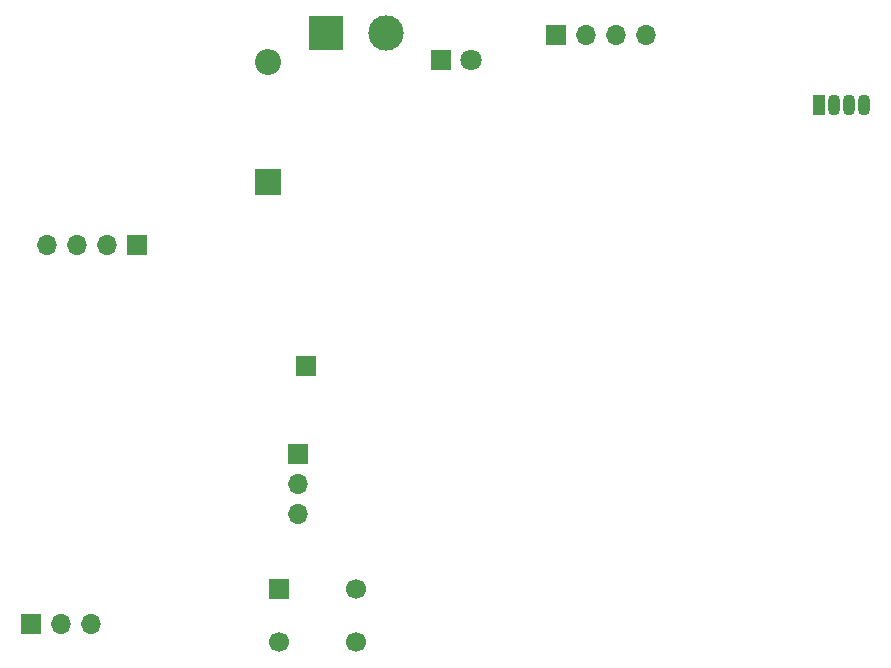
<source format=gbs>
%TF.GenerationSoftware,KiCad,Pcbnew,(6.0.4-0)*%
%TF.CreationDate,2022-11-11T12:05:06+01:00*%
%TF.ProjectId,DGPS_0.1,44475053-5f30-42e3-912e-6b696361645f,rev?*%
%TF.SameCoordinates,Original*%
%TF.FileFunction,Soldermask,Bot*%
%TF.FilePolarity,Negative*%
%FSLAX46Y46*%
G04 Gerber Fmt 4.6, Leading zero omitted, Abs format (unit mm)*
G04 Created by KiCad (PCBNEW (6.0.4-0)) date 2022-11-11 12:05:06*
%MOMM*%
%LPD*%
G01*
G04 APERTURE LIST*
%ADD10R,1.700000X1.700000*%
%ADD11R,2.200000X2.200000*%
%ADD12O,2.200000X2.200000*%
%ADD13O,1.700000X1.700000*%
%ADD14R,1.800000X1.800000*%
%ADD15C,1.800000*%
%ADD16R,1.070000X1.800000*%
%ADD17O,1.070000X1.800000*%
%ADD18C,1.700000*%
%ADD19R,3.000000X3.000000*%
%ADD20C,3.000000*%
G04 APERTURE END LIST*
D10*
X138049000Y-74803000D03*
D11*
X134874000Y-59182000D03*
D12*
X134874000Y-49022000D03*
D10*
X137414000Y-82184000D03*
D13*
X137414000Y-84724000D03*
X137414000Y-87264000D03*
D10*
X159256000Y-46746000D03*
D13*
X161796000Y-46746000D03*
X164336000Y-46746000D03*
X166876000Y-46746000D03*
D10*
X114823000Y-96622000D03*
D13*
X117363000Y-96622000D03*
X119903000Y-96622000D03*
D14*
X149474000Y-48895000D03*
D15*
X152014000Y-48895000D03*
D10*
X123736000Y-64535000D03*
D13*
X121196000Y-64535000D03*
X118656000Y-64535000D03*
X116116000Y-64535000D03*
D16*
X181526000Y-52670000D03*
D17*
X182796000Y-52670000D03*
X184066000Y-52670000D03*
X185336000Y-52670000D03*
D18*
X142315000Y-93635000D03*
D10*
X135815000Y-93635000D03*
D18*
X135815000Y-98135000D03*
X142315000Y-98135000D03*
D19*
X139738000Y-46574000D03*
D20*
X144818000Y-46574000D03*
M02*

</source>
